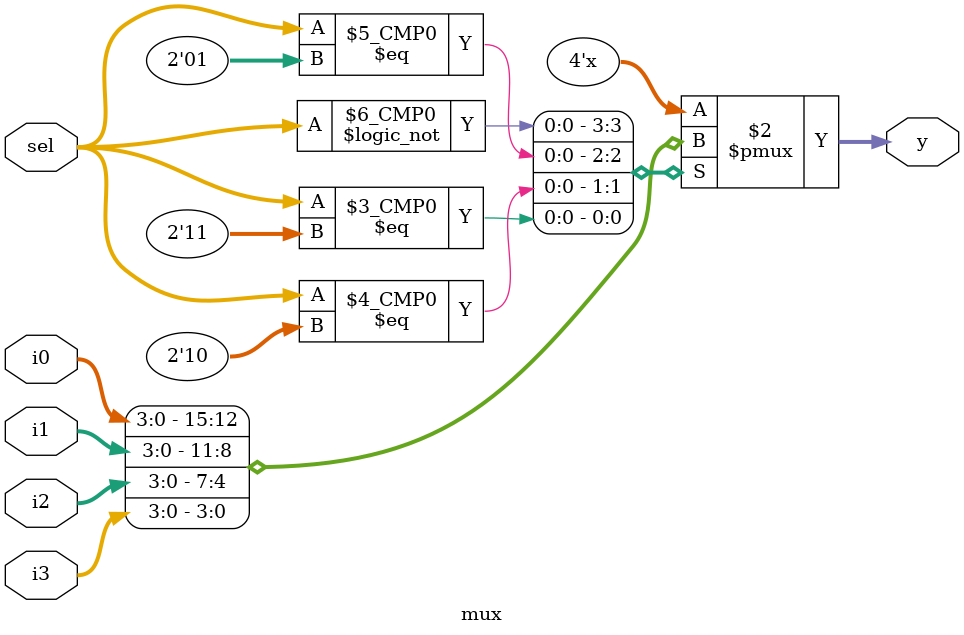
<source format=v>
module mux(i0,i1,i2,i3,y,sel);
 input [3:0] i0,i1,i2,i3;
 input [1:0] sel; 
output reg [3:0] y;
 
always@(*)
 begin
 case(sel)
  2'b00: y = i0;
  2'b01: y = i1;
  2'b10: y = i2;
  2'b11: y = i3;
 endcase
end

endmodule
</source>
